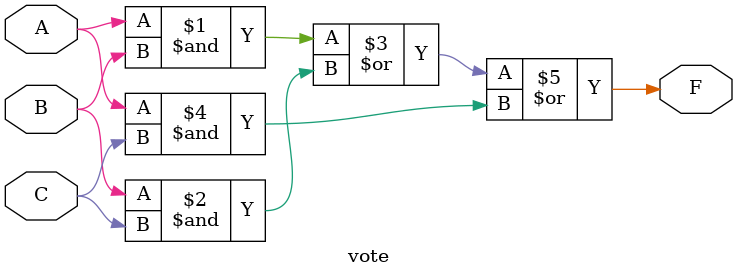
<source format=v>
`timescale 1ns / 1ps
module vote(
		input A,
		input B,
		input C,
		output F
    );
	 assign F = (A & B) | (B & C) | (A & C);
endmodule

/*
`timescale 1ns / 1ps
module DigitalTube(
		input [3:0] x,
		output F_a,
		output F_b,
		output F_c,
		output F_d,
		output F_e,
		output F_f,
		output F_g
    );
	 
	 wire A, B, C, D;
	 assign A = x[3], B = x[2], C = x[1], D = x[0];
	 assign F_a = ~B & ~D | ~A & C | ~A & B & D | B & C | A & ~B & ~C | A & ~D;
	 assign F_b = ~B & ~C & ~D | ~A & B & D | B & C | A & ~B | A & ~D;
	 assign F_c = ~B & ~D | C & ~D | A & C | A & B;
	 assign F_d = ~A & ~B & ~D | ~B & C & D | B & ~C & D | B & C & ~D | A & ~C;
	 assign F_e = ~A & ~C | ~A & D | ~C & D | ~A & B | A & ~B;
	 assign F_f = ~A & ~B | ~A & ~C & ~D | ~B & ~D | ~A & C & D | A & ~C & D;
	 assign F_g = ~B & C | C & ~D | ~A & B & ~C | A & ~B | A & D;
	 
endmodule
*/
</source>
